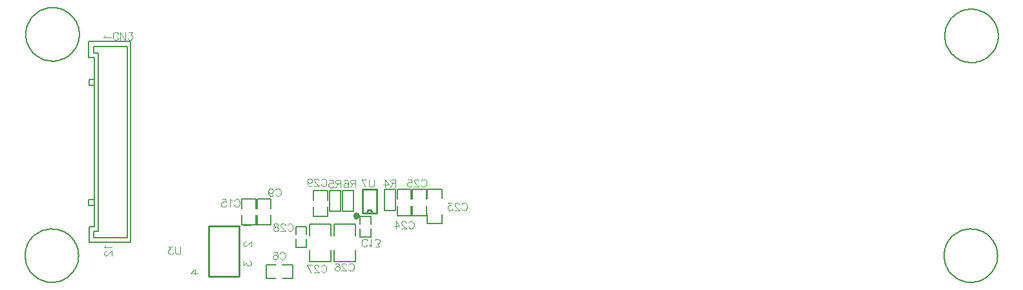
<source format=gbo>
%FSLAX25Y25*%
%MOIN*%
G70*
G01*
G75*
G04 Layer_Color=32896*
%ADD10R,0.07087X0.14173*%
%ADD11R,0.03937X0.04724*%
%ADD12R,0.06299X0.13780*%
%ADD13O,0.07874X0.02400*%
%ADD14O,0.07874X0.02402*%
%ADD15R,0.03465X0.05000*%
%ADD16R,0.05512X0.04724*%
%ADD17R,0.04724X0.03937*%
%ADD18R,0.05118X0.07480*%
%ADD19R,0.04724X0.03150*%
%ADD20R,0.08268X0.07874*%
%ADD21R,0.03150X0.03150*%
%ADD22R,0.06299X0.03937*%
%ADD23R,0.20079X0.18898*%
%ADD24R,0.11811X0.03937*%
%ADD25R,0.01575X0.07874*%
%ADD26R,0.03937X0.01575*%
%ADD27O,0.10000X0.02400*%
%ADD28O,0.10000X0.02402*%
%ADD29R,0.12205X0.06102*%
%ADD30C,0.02000*%
%ADD31C,0.02500*%
%ADD32C,0.03000*%
%ADD33C,0.02362*%
%ADD34C,0.05000*%
%ADD35C,0.03500*%
%ADD36C,0.02200*%
%ADD37C,0.01000*%
%ADD38C,0.04000*%
%ADD39C,0.07000*%
%ADD40C,0.02400*%
%ADD41C,0.06000*%
%ADD42C,0.04500*%
%ADD43C,0.05906*%
%ADD44R,0.05906X0.05906*%
%ADD45C,0.19685*%
%ADD46C,0.07874*%
%ADD47R,0.07874X0.07874*%
%ADD48C,0.00787*%
%ADD49C,0.07480*%
%ADD50R,0.07480X0.07480*%
%ADD51C,0.03543*%
%ADD52R,0.09055X0.05512*%
%ADD53R,0.07874X0.03937*%
%ADD54R,0.11811X0.15748*%
%ADD55R,0.03937X0.02362*%
%ADD56C,0.00787*%
%ADD57C,0.01969*%
%ADD58C,0.01575*%
%ADD59C,0.01181*%
%ADD60C,0.00394*%
D37*
X179921Y37008D02*
X179621Y37933D01*
X178833Y38506D01*
X177860D01*
X177072Y37933D01*
X176772Y37008D01*
X95472Y30294D02*
X111221D01*
Y4134D02*
Y30294D01*
X95472Y4134D02*
X111221D01*
X95472D02*
Y30294D01*
X174803Y37008D02*
X182283D01*
X174803D02*
Y48819D01*
Y49213D01*
X182283Y37008D02*
Y49213D01*
X174803D02*
X182283D01*
D56*
X28740Y129134D02*
X28704Y130128D01*
X28597Y131117D01*
X28418Y132096D01*
X28169Y133059D01*
X27852Y134002D01*
X27467Y134920D01*
X27016Y135807D01*
X26504Y136660D01*
X25930Y137473D01*
X25300Y138243D01*
X24616Y138965D01*
X23881Y139636D01*
X23100Y140252D01*
X22277Y140811D01*
X21415Y141308D01*
X20520Y141742D01*
X19595Y142111D01*
X18647Y142411D01*
X17679Y142642D01*
X16698Y142804D01*
X15707Y142893D01*
X14712Y142911D01*
X13718Y142857D01*
X12731Y142732D01*
X11756Y142536D01*
X10797Y142269D01*
X9860Y141935D01*
X8950Y141533D01*
X8071Y141067D01*
X7228Y140539D01*
X6425Y139951D01*
X5667Y139307D01*
X4957Y138610D01*
X4299Y137864D01*
X3697Y137071D01*
X3153Y136238D01*
X2672Y135368D01*
X2254Y134465D01*
X1902Y133534D01*
X1619Y132580D01*
X1405Y131608D01*
X1262Y130624D01*
X1190Y129631D01*
Y128636D01*
X1262Y127644D01*
X1405Y126660D01*
X1619Y125688D01*
X1902Y124734D01*
X2254Y123803D01*
X2672Y122900D01*
X3153Y122030D01*
X3697Y121196D01*
X4299Y120404D01*
X4957Y119658D01*
X5667Y118960D01*
X6425Y118316D01*
X7228Y117729D01*
X8071Y117201D01*
X8950Y116734D01*
X9860Y116333D01*
X10797Y115998D01*
X11756Y115732D01*
X12731Y115536D01*
X13718Y115410D01*
X14712Y115357D01*
X15707Y115375D01*
X16698Y115464D01*
X17679Y115625D01*
X18647Y115857D01*
X19595Y116157D01*
X20520Y116525D01*
X21415Y116960D01*
X22277Y117457D01*
X23100Y118015D01*
X23881Y118632D01*
X24616Y119303D01*
X25300Y120025D01*
X25930Y120795D01*
X26504Y121608D01*
X27016Y122461D01*
X27467Y123348D01*
X27852Y124266D01*
X28169Y125208D01*
X28418Y126172D01*
X28597Y127150D01*
X28704Y128140D01*
X28740Y129134D01*
X502362Y14961D02*
X502326Y15955D01*
X502219Y16944D01*
X502040Y17923D01*
X501791Y18886D01*
X501474Y19829D01*
X501089Y20746D01*
X500639Y21634D01*
X500126Y22486D01*
X499552Y23300D01*
X498922Y24069D01*
X498238Y24792D01*
X497503Y25463D01*
X496722Y26079D01*
X495899Y26638D01*
X495037Y27135D01*
X494142Y27569D01*
X493218Y27937D01*
X492269Y28238D01*
X491301Y28469D01*
X490320Y28630D01*
X489329Y28720D01*
X488334Y28738D01*
X487340Y28684D01*
X486353Y28559D01*
X485378Y28362D01*
X484419Y28096D01*
X483482Y27762D01*
X482572Y27360D01*
X481693Y26894D01*
X480850Y26366D01*
X480047Y25778D01*
X479289Y25134D01*
X478579Y24437D01*
X477921Y23690D01*
X477319Y22898D01*
X476776Y22065D01*
X476294Y21194D01*
X475876Y20291D01*
X475525Y19361D01*
X475241Y18407D01*
X475027Y17435D01*
X474884Y16451D01*
X474812Y15458D01*
Y14463D01*
X474884Y13471D01*
X475027Y12486D01*
X475241Y11514D01*
X475525Y10561D01*
X475876Y9630D01*
X476294Y8727D01*
X476776Y7857D01*
X477319Y7023D01*
X477921Y6231D01*
X478579Y5485D01*
X479289Y4787D01*
X480047Y4143D01*
X480850Y3556D01*
X481693Y3027D01*
X482572Y2561D01*
X483482Y2160D01*
X484419Y1825D01*
X485378Y1559D01*
X486353Y1363D01*
X487340Y1237D01*
X488334Y1183D01*
X489329Y1201D01*
X490319Y1291D01*
X491301Y1452D01*
X492269Y1683D01*
X493218Y1984D01*
X494142Y2352D01*
X495037Y2786D01*
X495899Y3284D01*
X496722Y3842D01*
X497503Y4458D01*
X498238Y5130D01*
X498922Y5852D01*
X499552Y6622D01*
X500126Y7435D01*
X500638Y8287D01*
X501089Y9175D01*
X501474Y10092D01*
X501791Y11035D01*
X502040Y11998D01*
X502219Y12977D01*
X502326Y13966D01*
X502362Y14961D01*
X502756Y128346D02*
X502720Y129341D01*
X502612Y130330D01*
X502434Y131309D01*
X502185Y132272D01*
X501867Y133215D01*
X501482Y134132D01*
X501032Y135020D01*
X500519Y135872D01*
X499946Y136686D01*
X499316Y137455D01*
X498632Y138178D01*
X497897Y138849D01*
X497116Y139465D01*
X496292Y140023D01*
X495431Y140521D01*
X494535Y140955D01*
X493611Y141323D01*
X492663Y141624D01*
X491695Y141855D01*
X490713Y142016D01*
X489722Y142106D01*
X488728Y142124D01*
X487734Y142070D01*
X486747Y141945D01*
X485772Y141748D01*
X484813Y141482D01*
X483876Y141147D01*
X482966Y140746D01*
X482087Y140280D01*
X481244Y139752D01*
X480441Y139164D01*
X479682Y138520D01*
X478972Y137823D01*
X478315Y137076D01*
X477713Y136284D01*
X477169Y135450D01*
X476687Y134580D01*
X476270Y133677D01*
X475918Y132746D01*
X475635Y131793D01*
X475421Y130821D01*
X475278Y129836D01*
X475206Y128844D01*
Y127849D01*
X475278Y126857D01*
X475421Y125872D01*
X475635Y124900D01*
X475918Y123947D01*
X476270Y123016D01*
X476687Y122113D01*
X477169Y121242D01*
X477713Y120409D01*
X478315Y119617D01*
X478972Y118870D01*
X479682Y118173D01*
X480441Y117529D01*
X481244Y116941D01*
X482087Y116413D01*
X482966Y115947D01*
X483876Y115546D01*
X484813Y115211D01*
X485772Y114945D01*
X486747Y114748D01*
X487734Y114623D01*
X488728Y114569D01*
X489722Y114587D01*
X490713Y114677D01*
X491695Y114838D01*
X492663Y115069D01*
X493611Y115370D01*
X494535Y115738D01*
X495431Y116172D01*
X496292Y116669D01*
X497116Y117228D01*
X497897Y117844D01*
X498632Y118515D01*
X499316Y119238D01*
X499946Y120007D01*
X500519Y120821D01*
X501032Y121673D01*
X501482Y122561D01*
X501867Y123478D01*
X502185Y124421D01*
X502434Y125384D01*
X502612Y126363D01*
X502720Y127352D01*
X502756Y128346D01*
X28346Y14961D02*
X28310Y15955D01*
X28203Y16944D01*
X28024Y17923D01*
X27775Y18886D01*
X27458Y19829D01*
X27073Y20746D01*
X26623Y21634D01*
X26110Y22486D01*
X25537Y23300D01*
X24906Y24069D01*
X24222Y24792D01*
X23488Y25463D01*
X22706Y26079D01*
X21883Y26638D01*
X21021Y27135D01*
X20126Y27569D01*
X19202Y27937D01*
X18253Y28238D01*
X17286Y28469D01*
X16304Y28630D01*
X15313Y28720D01*
X14318Y28738D01*
X13325Y28684D01*
X12338Y28559D01*
X11362Y28362D01*
X10404Y28096D01*
X9467Y27762D01*
X8556Y27360D01*
X7677Y26894D01*
X6834Y26366D01*
X6031Y25778D01*
X5273Y25134D01*
X4563Y24437D01*
X3905Y23690D01*
X3303Y22898D01*
X2760Y22065D01*
X2278Y21194D01*
X1860Y20291D01*
X1509Y19361D01*
X1225Y18407D01*
X1011Y17435D01*
X868Y16451D01*
X796Y15458D01*
Y14463D01*
X868Y13471D01*
X1011Y12486D01*
X1225Y11514D01*
X1509Y10561D01*
X1860Y9630D01*
X2278Y8727D01*
X2760Y7857D01*
X3303Y7023D01*
X3905Y6231D01*
X4563Y5485D01*
X5273Y4787D01*
X6031Y4143D01*
X6834Y3556D01*
X7677Y3027D01*
X8556Y2561D01*
X9467Y2160D01*
X10403Y1825D01*
X11362Y1559D01*
X12338Y1363D01*
X13325Y1237D01*
X14318Y1183D01*
X15313Y1201D01*
X16304Y1291D01*
X17286Y1452D01*
X18253Y1683D01*
X19202Y1984D01*
X20126Y2352D01*
X21021Y2786D01*
X21883Y3284D01*
X22706Y3842D01*
X23488Y4458D01*
X24222Y5130D01*
X24906Y5852D01*
X25537Y6622D01*
X26110Y7435D01*
X26623Y8287D01*
X27073Y9175D01*
X27458Y10092D01*
X27775Y11035D01*
X28024Y11998D01*
X28203Y12977D01*
X28310Y13966D01*
X28346Y14961D01*
X157874Y37894D02*
X163386D01*
Y37894D02*
Y48720D01*
X157874Y48720D02*
X163386D01*
X157874Y37894D02*
Y48720D01*
X164567Y48720D02*
X170079D01*
X164567Y37894D02*
Y48720D01*
Y37894D02*
X170079D01*
Y37894D02*
Y48720D01*
X186221Y49114D02*
X191732D01*
X186221Y38287D02*
Y49114D01*
Y38287D02*
X191732D01*
Y38287D02*
Y49114D01*
X33704Y21875D02*
X55315D01*
X33704D02*
Y30015D01*
X34004Y21875D02*
X53504D01*
X33704Y30015D02*
X36504D01*
Y117057D01*
X33661Y125418D02*
X55315D01*
Y21875D02*
Y125418D01*
X53504Y24157D02*
Y39850D01*
X38504Y27594D02*
Y113940D01*
X53504Y39850D02*
Y120457D01*
X36104Y119523D02*
X38504D01*
Y113940D02*
Y119523D01*
X33661Y117102D02*
X36504D01*
X33661D02*
Y125418D01*
X36004Y27594D02*
X38504D01*
X36004Y24157D02*
Y27594D01*
X36104Y119523D02*
Y122909D01*
X53504D01*
Y116826D02*
Y122909D01*
X33661Y125418D02*
X51643D01*
X36004Y24157D02*
X53304D01*
X33704Y105807D02*
X36504D01*
X33704Y102812D02*
Y105807D01*
Y102812D02*
X36417D01*
X33563Y43799D02*
X36516D01*
X33563Y40846D02*
Y43799D01*
Y40846D02*
X36417D01*
X200591Y35531D02*
X207677D01*
X200591D02*
Y40551D01*
X207677Y35531D02*
Y40551D01*
Y44094D02*
Y49114D01*
X200591Y44094D02*
Y49114D01*
X207677D01*
X160264Y31299D02*
X171232D01*
Y12008D02*
Y18012D01*
X160264Y12008D02*
Y18051D01*
Y12008D02*
X171232D01*
X160264Y25256D02*
Y31299D01*
X171232Y25256D02*
Y31299D01*
X147468D02*
X158437D01*
Y12008D02*
Y18012D01*
X147468Y12008D02*
Y18051D01*
Y12008D02*
X158437D01*
X147468Y25256D02*
Y31299D01*
X158437Y25256D02*
Y31299D01*
X140354Y19193D02*
Y23425D01*
X145866Y19193D02*
Y23425D01*
X140354Y19193D02*
X145866D01*
X140354Y30020D02*
X145866D01*
Y25787D02*
Y30020D01*
X140354Y25787D02*
Y30020D01*
X112598Y30807D02*
X119685D01*
X112598D02*
Y35827D01*
X119685Y30807D02*
Y35827D01*
Y39370D02*
Y44390D01*
X112598Y39370D02*
Y44390D01*
X119685D01*
X120472Y30807D02*
X127559D01*
X120472D02*
Y35827D01*
X127559Y30807D02*
Y35827D01*
Y39370D02*
Y44390D01*
X120472Y39370D02*
Y44390D01*
X127559D01*
X173622Y24508D02*
Y28740D01*
X179134Y24508D02*
Y28740D01*
X173622Y24508D02*
X179134D01*
X173622Y35335D02*
X179134D01*
Y31102D02*
Y35335D01*
X173622Y31102D02*
Y35335D01*
X125098Y3150D02*
Y10236D01*
X130118D01*
X125098Y3150D02*
X130118D01*
X133661D02*
X138681D01*
X133661Y10236D02*
X138681D01*
Y3150D02*
Y10236D01*
X149606Y48720D02*
X156693D01*
Y43701D02*
Y48720D01*
X149606Y43701D02*
Y48720D01*
Y35138D02*
Y40157D01*
X156693Y35138D02*
Y40157D01*
X149606Y35138D02*
X156693D01*
X192717Y35531D02*
X199803D01*
X192717D02*
Y40551D01*
X199803Y35531D02*
Y40551D01*
Y44094D02*
Y49114D01*
X192717Y44094D02*
Y49114D01*
X199803D01*
X208071Y31496D02*
X215945D01*
X208071D02*
Y36219D01*
X215945Y31496D02*
Y36219D01*
Y44490D02*
Y49213D01*
X208071Y44490D02*
Y49213D01*
X215945D01*
D57*
X172441Y35433D02*
X171897Y36182D01*
X171017Y35896D01*
Y34970D01*
X171897Y34684D01*
X172441Y35433D01*
D60*
X180709Y54330D02*
Y51518D01*
X180521Y50956D01*
X180146Y50581D01*
X179584Y50394D01*
X179209D01*
X178647Y50581D01*
X178272Y50956D01*
X178085Y51518D01*
Y54330D01*
X174373D02*
X176248Y50394D01*
X176997Y54330D02*
X174373D01*
X80938Y19674D02*
Y16862D01*
X80750Y16300D01*
X80375Y15925D01*
X79813Y15738D01*
X79438D01*
X78876Y15925D01*
X78501Y16300D01*
X78314Y16862D01*
Y19674D01*
X76852D02*
X74790D01*
X75915Y18174D01*
X75352D01*
X74977Y17987D01*
X74790Y17800D01*
X74602Y17237D01*
Y16862D01*
X74790Y16300D01*
X75165Y15925D01*
X75727Y15738D01*
X76289D01*
X76852Y15925D01*
X77039Y16113D01*
X77227Y16488D01*
X171025Y54032D02*
Y50096D01*
Y54032D02*
X169337D01*
X168775Y53844D01*
X168588Y53657D01*
X168400Y53282D01*
Y52907D01*
X168588Y52532D01*
X168775Y52345D01*
X169337Y52157D01*
X171025D01*
X169712D02*
X168400Y50096D01*
X165270Y53470D02*
X165458Y53844D01*
X166020Y54032D01*
X166395D01*
X166957Y53844D01*
X167332Y53282D01*
X167519Y52345D01*
Y51408D01*
X167332Y50658D01*
X166957Y50283D01*
X166395Y50096D01*
X166207D01*
X165645Y50283D01*
X165270Y50658D01*
X165083Y51220D01*
Y51408D01*
X165270Y51970D01*
X165645Y52345D01*
X166207Y52532D01*
X166395D01*
X166957Y52345D01*
X167332Y51970D01*
X167519Y51408D01*
X163386Y53936D02*
Y50000D01*
Y53936D02*
X161699D01*
X161137Y53749D01*
X160949Y53561D01*
X160762Y53186D01*
Y52811D01*
X160949Y52437D01*
X161137Y52249D01*
X161699Y52062D01*
X163386D01*
X162074D02*
X160762Y50000D01*
X157632Y53936D02*
X159506D01*
X159693Y52249D01*
X159506Y52437D01*
X158944Y52624D01*
X158381D01*
X157819Y52437D01*
X157444Y52062D01*
X157257Y51499D01*
Y51125D01*
X157444Y50562D01*
X157819Y50187D01*
X158381Y50000D01*
X158944D01*
X159506Y50187D01*
X159693Y50375D01*
X159881Y50750D01*
X191929Y54322D02*
Y50386D01*
Y54322D02*
X190242D01*
X189680Y54135D01*
X189492Y53947D01*
X189305Y53572D01*
Y53197D01*
X189492Y52823D01*
X189680Y52635D01*
X190242Y52448D01*
X191929D01*
X190617D02*
X189305Y50386D01*
X186550Y54322D02*
X188424Y51698D01*
X185612D01*
X186550Y54322D02*
Y50386D01*
X48875Y129377D02*
X48687Y129752D01*
X48312Y130127D01*
X47937Y130314D01*
X47188D01*
X46813Y130127D01*
X46438Y129752D01*
X46250Y129377D01*
X46063Y128815D01*
Y127877D01*
X46250Y127315D01*
X46438Y126940D01*
X46813Y126565D01*
X47188Y126378D01*
X47937D01*
X48312Y126565D01*
X48687Y126940D01*
X48875Y127315D01*
X49980Y130314D02*
Y126378D01*
Y130314D02*
X52605Y126378D01*
Y130314D02*
Y126378D01*
X54066Y130314D02*
X56128D01*
X55004Y128815D01*
X55566D01*
X55941Y128627D01*
X56128Y128440D01*
X56316Y127877D01*
Y127503D01*
X56128Y126940D01*
X55753Y126565D01*
X55191Y126378D01*
X54629D01*
X54066Y126565D01*
X53879Y126753D01*
X53692Y127128D01*
X153488Y53786D02*
X153675Y54161D01*
X154050Y54536D01*
X154425Y54724D01*
X155175D01*
X155550Y54536D01*
X155924Y54161D01*
X156112Y53786D01*
X156299Y53224D01*
Y52287D01*
X156112Y51725D01*
X155924Y51350D01*
X155550Y50975D01*
X155175Y50787D01*
X154425D01*
X154050Y50975D01*
X153675Y51350D01*
X153488Y51725D01*
X152194Y53786D02*
Y53974D01*
X152007Y54349D01*
X151820Y54536D01*
X151445Y54724D01*
X150695D01*
X150320Y54536D01*
X150133Y54349D01*
X149945Y53974D01*
Y53599D01*
X150133Y53224D01*
X150507Y52662D01*
X152382Y50787D01*
X149758D01*
X146440Y53412D02*
X146627Y52849D01*
X147002Y52474D01*
X147565Y52287D01*
X147752D01*
X148314Y52474D01*
X148689Y52849D01*
X148877Y53412D01*
Y53599D01*
X148689Y54161D01*
X148314Y54536D01*
X147752Y54724D01*
X147565D01*
X147002Y54536D01*
X146627Y54161D01*
X146440Y53412D01*
Y52474D01*
X146627Y51537D01*
X147002Y50975D01*
X147565Y50787D01*
X147940D01*
X148502Y50975D01*
X148689Y51350D01*
X136165Y30558D02*
X136352Y30933D01*
X136727Y31308D01*
X137102Y31495D01*
X137852D01*
X138227Y31308D01*
X138602Y30933D01*
X138789Y30558D01*
X138976Y29996D01*
Y29059D01*
X138789Y28496D01*
X138602Y28121D01*
X138227Y27746D01*
X137852Y27559D01*
X137102D01*
X136727Y27746D01*
X136352Y28121D01*
X136165Y28496D01*
X134871Y30558D02*
Y30746D01*
X134684Y31120D01*
X134497Y31308D01*
X134122Y31495D01*
X133372D01*
X132997Y31308D01*
X132810Y31120D01*
X132622Y30746D01*
Y30371D01*
X132810Y29996D01*
X133185Y29433D01*
X135059Y27559D01*
X132435D01*
X130617Y31495D02*
X131179Y31308D01*
X131367Y30933D01*
Y30558D01*
X131179Y30183D01*
X130804Y29996D01*
X130054Y29808D01*
X129492Y29621D01*
X129117Y29246D01*
X128930Y28871D01*
Y28309D01*
X129117Y27934D01*
X129305Y27746D01*
X129867Y27559D01*
X130617D01*
X131179Y27746D01*
X131367Y27934D01*
X131554Y28309D01*
Y28871D01*
X131367Y29246D01*
X130992Y29621D01*
X130429Y29808D01*
X129680Y29996D01*
X129305Y30183D01*
X129117Y30558D01*
Y30933D01*
X129305Y31308D01*
X129867Y31495D01*
X130617D01*
X153488Y9298D02*
X153675Y9673D01*
X154050Y10048D01*
X154425Y10235D01*
X155175D01*
X155550Y10048D01*
X155924Y9673D01*
X156112Y9298D01*
X156299Y8736D01*
Y7799D01*
X156112Y7236D01*
X155924Y6861D01*
X155550Y6487D01*
X155175Y6299D01*
X154425D01*
X154050Y6487D01*
X153675Y6861D01*
X153488Y7236D01*
X152194Y9298D02*
Y9486D01*
X152007Y9860D01*
X151820Y10048D01*
X151445Y10235D01*
X150695D01*
X150320Y10048D01*
X150133Y9860D01*
X149945Y9486D01*
Y9111D01*
X150133Y8736D01*
X150507Y8174D01*
X152382Y6299D01*
X149758D01*
X146253Y10235D02*
X148127Y6299D01*
X148877Y10235D02*
X146253D01*
X167661Y10086D02*
X167848Y10460D01*
X168223Y10835D01*
X168598Y11023D01*
X169348D01*
X169723Y10835D01*
X170098Y10460D01*
X170285Y10086D01*
X170472Y9523D01*
Y8586D01*
X170285Y8024D01*
X170098Y7649D01*
X169723Y7274D01*
X169348Y7087D01*
X168598D01*
X168223Y7274D01*
X167848Y7649D01*
X167661Y8024D01*
X166368Y10086D02*
Y10273D01*
X166180Y10648D01*
X165993Y10835D01*
X165618Y11023D01*
X164868D01*
X164493Y10835D01*
X164306Y10648D01*
X164118Y10273D01*
Y9898D01*
X164306Y9523D01*
X164681Y8961D01*
X166555Y7087D01*
X163931D01*
X160801Y10460D02*
X160988Y10835D01*
X161550Y11023D01*
X161925D01*
X162488Y10835D01*
X162863Y10273D01*
X163050Y9336D01*
Y8399D01*
X162863Y7649D01*
X162488Y7274D01*
X161925Y7087D01*
X161738D01*
X161176Y7274D01*
X160801Y7649D01*
X160613Y8211D01*
Y8399D01*
X160801Y8961D01*
X161176Y9336D01*
X161738Y9523D01*
X161925D01*
X162488Y9336D01*
X162863Y8961D01*
X163050Y8399D01*
X205063Y53393D02*
X205250Y53768D01*
X205625Y54142D01*
X206000Y54330D01*
X206749D01*
X207124Y54142D01*
X207499Y53768D01*
X207687Y53393D01*
X207874Y52830D01*
Y51893D01*
X207687Y51331D01*
X207499Y50956D01*
X207124Y50581D01*
X206749Y50394D01*
X206000D01*
X205625Y50581D01*
X205250Y50956D01*
X205063Y51331D01*
X203769Y53393D02*
Y53580D01*
X203582Y53955D01*
X203394Y54142D01*
X203019Y54330D01*
X202270D01*
X201895Y54142D01*
X201707Y53955D01*
X201520Y53580D01*
Y53205D01*
X201707Y52830D01*
X202082Y52268D01*
X203957Y50394D01*
X201332D01*
X198202Y54330D02*
X200077D01*
X200264Y52643D01*
X200077Y52830D01*
X199514Y53018D01*
X198952D01*
X198390Y52830D01*
X198015Y52456D01*
X197827Y51893D01*
Y51518D01*
X198015Y50956D01*
X198390Y50581D01*
X198952Y50394D01*
X199514D01*
X200077Y50581D01*
X200264Y50769D01*
X200451Y51143D01*
X198526Y31837D02*
X198714Y32212D01*
X199089Y32587D01*
X199463Y32774D01*
X200213D01*
X200588Y32587D01*
X200963Y32212D01*
X201150Y31837D01*
X201338Y31275D01*
Y30337D01*
X201150Y29775D01*
X200963Y29400D01*
X200588Y29025D01*
X200213Y28838D01*
X199463D01*
X199089Y29025D01*
X198714Y29400D01*
X198526Y29775D01*
X197233Y31837D02*
Y32024D01*
X197046Y32399D01*
X196858Y32587D01*
X196483Y32774D01*
X195733D01*
X195359Y32587D01*
X195171Y32399D01*
X194984Y32024D01*
Y31649D01*
X195171Y31275D01*
X195546Y30712D01*
X197420Y28838D01*
X194796D01*
X192041Y32774D02*
X193915Y30150D01*
X191104D01*
X192041Y32774D02*
Y28838D01*
X225926Y41337D02*
X226114Y41712D01*
X226489Y42086D01*
X226863Y42274D01*
X227613D01*
X227988Y42086D01*
X228363Y41712D01*
X228550Y41337D01*
X228738Y40775D01*
Y39837D01*
X228550Y39275D01*
X228363Y38900D01*
X227988Y38525D01*
X227613Y38338D01*
X226863D01*
X226489Y38525D01*
X226114Y38900D01*
X225926Y39275D01*
X224633Y41337D02*
Y41524D01*
X224446Y41899D01*
X224258Y42086D01*
X223883Y42274D01*
X223133D01*
X222759Y42086D01*
X222571Y41899D01*
X222384Y41524D01*
Y41149D01*
X222571Y40775D01*
X222946Y40212D01*
X224820Y38338D01*
X222196D01*
X220940Y42274D02*
X218879D01*
X220003Y40775D01*
X219441D01*
X219066Y40587D01*
X218879Y40400D01*
X218691Y39837D01*
Y39462D01*
X218879Y38900D01*
X219253Y38525D01*
X219816Y38338D01*
X220378D01*
X220940Y38525D01*
X221128Y38713D01*
X221315Y39088D01*
X108606Y43156D02*
X108793Y43531D01*
X109168Y43906D01*
X109543Y44094D01*
X110293D01*
X110668Y43906D01*
X111042Y43531D01*
X111230Y43156D01*
X111417Y42594D01*
Y41657D01*
X111230Y41095D01*
X111042Y40720D01*
X110668Y40345D01*
X110293Y40157D01*
X109543D01*
X109168Y40345D01*
X108793Y40720D01*
X108606Y41095D01*
X107500Y43344D02*
X107125Y43531D01*
X106563Y44094D01*
Y40157D01*
X102364Y44094D02*
X104238D01*
X104426Y42407D01*
X104238Y42594D01*
X103676Y42782D01*
X103114D01*
X102552Y42594D01*
X102177Y42219D01*
X101989Y41657D01*
Y41282D01*
X102177Y40720D01*
X102552Y40345D01*
X103114Y40157D01*
X103676D01*
X104238Y40345D01*
X104426Y40532D01*
X104613Y40907D01*
X177221Y20623D02*
X177034Y20248D01*
X176659Y19873D01*
X176284Y19686D01*
X175534D01*
X175159Y19873D01*
X174784Y20248D01*
X174597Y20623D01*
X174409Y21185D01*
Y22123D01*
X174597Y22685D01*
X174784Y23060D01*
X175159Y23435D01*
X175534Y23622D01*
X176284D01*
X176659Y23435D01*
X177034Y23060D01*
X177221Y22685D01*
X178327Y20436D02*
X178702Y20248D01*
X179264Y19686D01*
Y23622D01*
X181588Y19686D02*
X183650D01*
X182526Y21185D01*
X183088D01*
X183463Y21373D01*
X183650Y21560D01*
X183837Y22123D01*
Y22497D01*
X183650Y23060D01*
X183275Y23435D01*
X182713Y23622D01*
X182151D01*
X181588Y23435D01*
X181401Y23247D01*
X181213Y22872D01*
X129866Y48668D02*
X130053Y49043D01*
X130428Y49418D01*
X130803Y49606D01*
X131553D01*
X131927Y49418D01*
X132302Y49043D01*
X132490Y48668D01*
X132677Y48106D01*
Y47169D01*
X132490Y46606D01*
X132302Y46232D01*
X131927Y45857D01*
X131553Y45669D01*
X130803D01*
X130428Y45857D01*
X130053Y46232D01*
X129866Y46606D01*
X126323Y48293D02*
X126511Y47731D01*
X126885Y47356D01*
X127448Y47169D01*
X127635D01*
X128197Y47356D01*
X128572Y47731D01*
X128760Y48293D01*
Y48481D01*
X128572Y49043D01*
X128197Y49418D01*
X127635Y49606D01*
X127448D01*
X126885Y49418D01*
X126511Y49043D01*
X126323Y48293D01*
Y47356D01*
X126511Y46419D01*
X126885Y45857D01*
X127448Y45669D01*
X127823D01*
X128385Y45857D01*
X128572Y46232D01*
X132226Y16037D02*
X132414Y16412D01*
X132789Y16786D01*
X133163Y16974D01*
X133913D01*
X134288Y16786D01*
X134663Y16412D01*
X134850Y16037D01*
X135038Y15474D01*
Y14537D01*
X134850Y13975D01*
X134663Y13600D01*
X134288Y13225D01*
X133913Y13038D01*
X133163D01*
X132789Y13225D01*
X132414Y13600D01*
X132226Y13975D01*
X128871Y16412D02*
X129059Y16786D01*
X129621Y16974D01*
X129996D01*
X130558Y16786D01*
X130933Y16224D01*
X131120Y15287D01*
Y14350D01*
X130933Y13600D01*
X130558Y13225D01*
X129996Y13038D01*
X129808D01*
X129246Y13225D01*
X128871Y13600D01*
X128684Y14162D01*
Y14350D01*
X128871Y14912D01*
X129246Y15287D01*
X129808Y15474D01*
X129996D01*
X130558Y15287D01*
X130933Y14912D01*
X131120Y14350D01*
X41892Y128568D02*
X41705Y128193D01*
X41143Y127630D01*
X45079D01*
X42286Y20300D02*
X42099Y19925D01*
X41536Y19363D01*
X45472D01*
X42474Y17226D02*
X42286D01*
X41911Y17039D01*
X41724Y16851D01*
X41536Y16476D01*
Y15726D01*
X41724Y15352D01*
X41911Y15164D01*
X42286Y14977D01*
X42661D01*
X43036Y15164D01*
X43598Y15539D01*
X45472Y17413D01*
Y14789D01*
X113955Y31475D02*
X113768Y31100D01*
X113206Y30538D01*
X117142D01*
X114343Y22087D02*
X114155D01*
X113780Y21900D01*
X113593Y21712D01*
X113406Y21338D01*
Y20588D01*
X113593Y20213D01*
X113780Y20026D01*
X114155Y19838D01*
X114530D01*
X114905Y20026D01*
X115467Y20400D01*
X117342Y22275D01*
Y19651D01*
X113406Y12000D02*
Y9938D01*
X114905Y11063D01*
Y10500D01*
X115093Y10126D01*
X115280Y9938D01*
X115842Y9751D01*
X116217D01*
X116779Y9938D01*
X117154Y10313D01*
X117342Y10875D01*
Y11438D01*
X117154Y12000D01*
X116967Y12187D01*
X116592Y12375D01*
X86006Y6000D02*
X88630Y7875D01*
Y5063D01*
X86006Y6000D02*
X89942D01*
M02*

</source>
